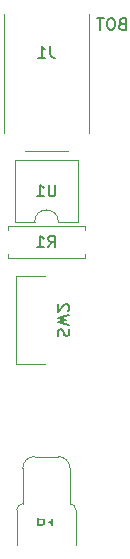
<source format=gbo>
G04 #@! TF.GenerationSoftware,KiCad,Pcbnew,7.0.6*
G04 #@! TF.CreationDate,2023-09-07T09:30:42-03:00*
G04 #@! TF.ProjectId,Lift Switch,4c696674-2053-4776-9974-63682e6b6963,rev?*
G04 #@! TF.SameCoordinates,Original*
G04 #@! TF.FileFunction,Legend,Bot*
G04 #@! TF.FilePolarity,Positive*
%FSLAX46Y46*%
G04 Gerber Fmt 4.6, Leading zero omitted, Abs format (unit mm)*
G04 Created by KiCad (PCBNEW 7.0.6) date 2023-09-07 09:30:42*
%MOMM*%
%LPD*%
G01*
G04 APERTURE LIST*
G04 Aperture macros list*
%AMOutline5P*
0 Free polygon, 5 corners , with rotation*
0 The origin of the aperture is its center*
0 number of corners: always 5*
0 $1 to $10 corner X, Y*
0 $11 Rotation angle, in degrees counterclockwise*
0 create outline with 5 corners*
4,1,5,$1,$2,$3,$4,$5,$6,$7,$8,$9,$10,$1,$2,$11*%
%AMOutline6P*
0 Free polygon, 6 corners , with rotation*
0 The origin of the aperture is its center*
0 number of corners: always 6*
0 $1 to $12 corner X, Y*
0 $13 Rotation angle, in degrees counterclockwise*
0 create outline with 6 corners*
4,1,6,$1,$2,$3,$4,$5,$6,$7,$8,$9,$10,$11,$12,$1,$2,$13*%
%AMOutline7P*
0 Free polygon, 7 corners , with rotation*
0 The origin of the aperture is its center*
0 number of corners: always 7*
0 $1 to $14 corner X, Y*
0 $15 Rotation angle, in degrees counterclockwise*
0 create outline with 7 corners*
4,1,7,$1,$2,$3,$4,$5,$6,$7,$8,$9,$10,$11,$12,$13,$14,$1,$2,$15*%
%AMOutline8P*
0 Free polygon, 8 corners , with rotation*
0 The origin of the aperture is its center*
0 number of corners: always 8*
0 $1 to $16 corner X, Y*
0 $17 Rotation angle, in degrees counterclockwise*
0 create outline with 8 corners*
4,1,8,$1,$2,$3,$4,$5,$6,$7,$8,$9,$10,$11,$12,$13,$14,$15,$16,$1,$2,$17*%
G04 Aperture macros list end*
%ADD10C,0.150000*%
%ADD11C,0.120000*%
%ADD12C,0.100000*%
%ADD13C,1.930400*%
%ADD14Outline8P,-0.965200X0.482600X-0.482600X0.965200X0.482600X0.965200X0.965200X0.482600X0.965200X-0.482600X0.482600X-0.965200X-0.482600X-0.965200X-0.965200X-0.482600X270.000000*%
%ADD15C,1.778000*%
%ADD16C,3.200000*%
%ADD17C,2.200000*%
%ADD18C,1.800000*%
%ADD19C,2.800000*%
%ADD20C,1.600000*%
%ADD21O,1.600000X1.600000*%
%ADD22R,1.600000X1.600000*%
%ADD23O,2.000000X1.000000*%
%ADD24C,2.000000*%
%ADD25C,2.300000*%
%ADD26O,1.500000X2.000000*%
G04 APERTURE END LIST*
D10*
X141041333Y-77528009D02*
X140898476Y-77575628D01*
X140898476Y-77575628D02*
X140850857Y-77623247D01*
X140850857Y-77623247D02*
X140803238Y-77718485D01*
X140803238Y-77718485D02*
X140803238Y-77861342D01*
X140803238Y-77861342D02*
X140850857Y-77956580D01*
X140850857Y-77956580D02*
X140898476Y-78004200D01*
X140898476Y-78004200D02*
X140993714Y-78051819D01*
X140993714Y-78051819D02*
X141374666Y-78051819D01*
X141374666Y-78051819D02*
X141374666Y-77051819D01*
X141374666Y-77051819D02*
X141041333Y-77051819D01*
X141041333Y-77051819D02*
X140946095Y-77099438D01*
X140946095Y-77099438D02*
X140898476Y-77147057D01*
X140898476Y-77147057D02*
X140850857Y-77242295D01*
X140850857Y-77242295D02*
X140850857Y-77337533D01*
X140850857Y-77337533D02*
X140898476Y-77432771D01*
X140898476Y-77432771D02*
X140946095Y-77480390D01*
X140946095Y-77480390D02*
X141041333Y-77528009D01*
X141041333Y-77528009D02*
X141374666Y-77528009D01*
X140184190Y-77051819D02*
X139993714Y-77051819D01*
X139993714Y-77051819D02*
X139898476Y-77099438D01*
X139898476Y-77099438D02*
X139803238Y-77194676D01*
X139803238Y-77194676D02*
X139755619Y-77385152D01*
X139755619Y-77385152D02*
X139755619Y-77718485D01*
X139755619Y-77718485D02*
X139803238Y-77908961D01*
X139803238Y-77908961D02*
X139898476Y-78004200D01*
X139898476Y-78004200D02*
X139993714Y-78051819D01*
X139993714Y-78051819D02*
X140184190Y-78051819D01*
X140184190Y-78051819D02*
X140279428Y-78004200D01*
X140279428Y-78004200D02*
X140374666Y-77908961D01*
X140374666Y-77908961D02*
X140422285Y-77718485D01*
X140422285Y-77718485D02*
X140422285Y-77385152D01*
X140422285Y-77385152D02*
X140374666Y-77194676D01*
X140374666Y-77194676D02*
X140279428Y-77099438D01*
X140279428Y-77099438D02*
X140184190Y-77051819D01*
X139469904Y-77051819D02*
X138898476Y-77051819D01*
X139184190Y-78051819D02*
X139184190Y-77051819D01*
X134786666Y-96466819D02*
X135119999Y-95990628D01*
X135358094Y-96466819D02*
X135358094Y-95466819D01*
X135358094Y-95466819D02*
X134977142Y-95466819D01*
X134977142Y-95466819D02*
X134881904Y-95514438D01*
X134881904Y-95514438D02*
X134834285Y-95562057D01*
X134834285Y-95562057D02*
X134786666Y-95657295D01*
X134786666Y-95657295D02*
X134786666Y-95800152D01*
X134786666Y-95800152D02*
X134834285Y-95895390D01*
X134834285Y-95895390D02*
X134881904Y-95943009D01*
X134881904Y-95943009D02*
X134977142Y-95990628D01*
X134977142Y-95990628D02*
X135358094Y-95990628D01*
X133834285Y-96466819D02*
X134405713Y-96466819D01*
X134119999Y-96466819D02*
X134119999Y-95466819D01*
X134119999Y-95466819D02*
X134215237Y-95609676D01*
X134215237Y-95609676D02*
X134310475Y-95704914D01*
X134310475Y-95704914D02*
X134405713Y-95752533D01*
X135391904Y-91148819D02*
X135391904Y-91958342D01*
X135391904Y-91958342D02*
X135344285Y-92053580D01*
X135344285Y-92053580D02*
X135296666Y-92101200D01*
X135296666Y-92101200D02*
X135201428Y-92148819D01*
X135201428Y-92148819D02*
X135010952Y-92148819D01*
X135010952Y-92148819D02*
X134915714Y-92101200D01*
X134915714Y-92101200D02*
X134868095Y-92053580D01*
X134868095Y-92053580D02*
X134820476Y-91958342D01*
X134820476Y-91958342D02*
X134820476Y-91148819D01*
X133820476Y-92148819D02*
X134391904Y-92148819D01*
X134106190Y-92148819D02*
X134106190Y-91148819D01*
X134106190Y-91148819D02*
X134201428Y-91291676D01*
X134201428Y-91291676D02*
X134296666Y-91386914D01*
X134296666Y-91386914D02*
X134391904Y-91434533D01*
X133881905Y-118969180D02*
X133881905Y-119969180D01*
X133881905Y-119969180D02*
X134262857Y-119969180D01*
X134262857Y-119969180D02*
X134358095Y-119921561D01*
X134358095Y-119921561D02*
X134405714Y-119873942D01*
X134405714Y-119873942D02*
X134453333Y-119778704D01*
X134453333Y-119778704D02*
X134453333Y-119635847D01*
X134453333Y-119635847D02*
X134405714Y-119540609D01*
X134405714Y-119540609D02*
X134358095Y-119492990D01*
X134358095Y-119492990D02*
X134262857Y-119445371D01*
X134262857Y-119445371D02*
X133881905Y-119445371D01*
X135405714Y-118969180D02*
X134834286Y-118969180D01*
X135120000Y-118969180D02*
X135120000Y-119969180D01*
X135120000Y-119969180D02*
X135024762Y-119826323D01*
X135024762Y-119826323D02*
X134929524Y-119731085D01*
X134929524Y-119731085D02*
X134834286Y-119683466D01*
X135619800Y-103949332D02*
X135572180Y-103806475D01*
X135572180Y-103806475D02*
X135572180Y-103568380D01*
X135572180Y-103568380D02*
X135619800Y-103473142D01*
X135619800Y-103473142D02*
X135667419Y-103425523D01*
X135667419Y-103425523D02*
X135762657Y-103377904D01*
X135762657Y-103377904D02*
X135857895Y-103377904D01*
X135857895Y-103377904D02*
X135953133Y-103425523D01*
X135953133Y-103425523D02*
X136000752Y-103473142D01*
X136000752Y-103473142D02*
X136048371Y-103568380D01*
X136048371Y-103568380D02*
X136095990Y-103758856D01*
X136095990Y-103758856D02*
X136143609Y-103854094D01*
X136143609Y-103854094D02*
X136191228Y-103901713D01*
X136191228Y-103901713D02*
X136286466Y-103949332D01*
X136286466Y-103949332D02*
X136381704Y-103949332D01*
X136381704Y-103949332D02*
X136476942Y-103901713D01*
X136476942Y-103901713D02*
X136524561Y-103854094D01*
X136524561Y-103854094D02*
X136572180Y-103758856D01*
X136572180Y-103758856D02*
X136572180Y-103520761D01*
X136572180Y-103520761D02*
X136524561Y-103377904D01*
X136572180Y-103044570D02*
X135572180Y-102806475D01*
X135572180Y-102806475D02*
X136286466Y-102615999D01*
X136286466Y-102615999D02*
X135572180Y-102425523D01*
X135572180Y-102425523D02*
X136572180Y-102187428D01*
X136476942Y-101854094D02*
X136524561Y-101806475D01*
X136524561Y-101806475D02*
X136572180Y-101711237D01*
X136572180Y-101711237D02*
X136572180Y-101473142D01*
X136572180Y-101473142D02*
X136524561Y-101377904D01*
X136524561Y-101377904D02*
X136476942Y-101330285D01*
X136476942Y-101330285D02*
X136381704Y-101282666D01*
X136381704Y-101282666D02*
X136286466Y-101282666D01*
X136286466Y-101282666D02*
X136143609Y-101330285D01*
X136143609Y-101330285D02*
X135572180Y-101901713D01*
X135572180Y-101901713D02*
X135572180Y-101282666D01*
X134953333Y-79404819D02*
X134953333Y-80119104D01*
X134953333Y-80119104D02*
X135000952Y-80261961D01*
X135000952Y-80261961D02*
X135096190Y-80357200D01*
X135096190Y-80357200D02*
X135239047Y-80404819D01*
X135239047Y-80404819D02*
X135334285Y-80404819D01*
X133953333Y-80404819D02*
X134524761Y-80404819D01*
X134239047Y-80404819D02*
X134239047Y-79404819D01*
X134239047Y-79404819D02*
X134334285Y-79547676D01*
X134334285Y-79547676D02*
X134429523Y-79642914D01*
X134429523Y-79642914D02*
X134524761Y-79690533D01*
D11*
X137890000Y-94642000D02*
X131350000Y-94642000D01*
X137890000Y-97052000D02*
X137890000Y-97382000D01*
X131350000Y-97382000D02*
X131350000Y-97052000D01*
X137890000Y-94972000D02*
X137890000Y-94642000D01*
X137890000Y-97382000D02*
X131350000Y-97382000D01*
X131350000Y-94642000D02*
X131350000Y-94972000D01*
X131980000Y-89099000D02*
X137280000Y-89099000D01*
X137280000Y-89099000D02*
X137280000Y-94299000D01*
X137280000Y-94299000D02*
X135630000Y-94299000D01*
X131980000Y-94299000D02*
X131980000Y-89099000D01*
X133630000Y-94299000D02*
X131980000Y-94299000D01*
X135630000Y-94299000D02*
G75*
G03*
X133630000Y-94299000I-1000000J0D01*
G01*
D12*
X135620000Y-114174000D02*
X133620000Y-114174000D01*
X137120000Y-121674000D02*
X137120000Y-118674000D01*
X132120000Y-118674000D02*
X132120000Y-121674000D01*
X132620000Y-115174000D02*
X132620000Y-118174000D01*
X136620000Y-118174000D02*
X136620000Y-115174000D01*
X137120000Y-118674000D02*
G75*
G03*
X136620000Y-118174000I-500000J0D01*
G01*
X136620000Y-115174000D02*
G75*
G03*
X135620000Y-114174000I-1000000J0D01*
G01*
X133620000Y-114174000D02*
G75*
G03*
X132620000Y-115174000I-1J-999999D01*
G01*
X132620000Y-118174000D02*
G75*
G03*
X132120000Y-118674000I1J-500001D01*
G01*
D11*
X132027000Y-106316000D02*
X132027000Y-98916000D01*
X134527000Y-106316000D02*
X132027000Y-106316000D01*
X132027000Y-98916000D02*
X134527000Y-98916000D01*
X138220000Y-86800000D02*
X138220000Y-76700000D01*
X131020000Y-76700000D02*
X131020000Y-86800000D01*
X132820000Y-88300000D02*
X136420000Y-88300000D01*
%LPC*%
D13*
X140970000Y-105664000D03*
X140970000Y-108204000D03*
D14*
X140970000Y-110744000D03*
D15*
X140970000Y-113284000D03*
X138430000Y-113284000D03*
D16*
X139700000Y-117094000D03*
D17*
X128524000Y-82677000D03*
X140716000Y-82677000D03*
D18*
X128270000Y-85090000D03*
X128270000Y-87630000D03*
X128270000Y-90170000D03*
X128270000Y-92710000D03*
X128270000Y-95250000D03*
X140970000Y-95250000D03*
X140970000Y-92710000D03*
X140970000Y-90170000D03*
X140970000Y-87630000D03*
X140970000Y-85090000D03*
D19*
X140335000Y-99060000D03*
X128905000Y-99060000D03*
D20*
X138430000Y-96012000D03*
D21*
X130810000Y-96012000D03*
D22*
X130820000Y-92969000D03*
D21*
X130820000Y-90429000D03*
X138440000Y-90429000D03*
X138440000Y-92969000D03*
D23*
X134620000Y-118924000D03*
X134620000Y-121424000D03*
X134620000Y-116424000D03*
D24*
X133527000Y-104866000D03*
X133527000Y-100366000D03*
D25*
X136027000Y-99116000D03*
X136027000Y-106116000D03*
D26*
X131870000Y-87700000D03*
X136120000Y-82400000D03*
X137370000Y-87700000D03*
%LPD*%
M02*

</source>
